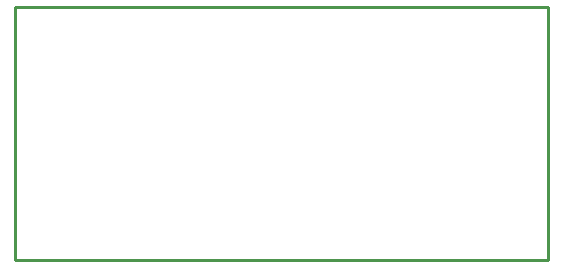
<source format=gbr>
G04 EAGLE Gerber RS-274X export*
G75*
%MOMM*%
%FSLAX34Y34*%
%LPD*%
%IN*%
%IPPOS*%
%AMOC8*
5,1,8,0,0,1.08239X$1,22.5*%
G01*
%ADD10C,0.254000*%


D10*
X0Y7000D02*
X451000Y7000D01*
X451000Y221000D01*
X0Y221000D01*
X0Y7000D01*
M02*

</source>
